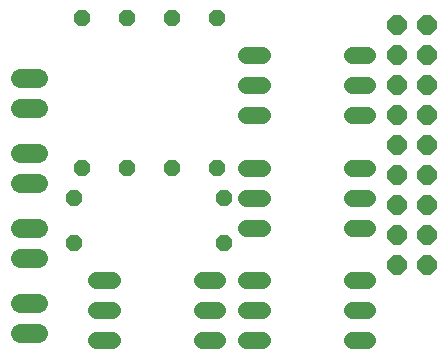
<source format=gbs>
G75*
%MOIN*%
%OFA0B0*%
%FSLAX25Y25*%
%IPPOS*%
%LPD*%
%AMOC8*
5,1,8,0,0,1.08239X$1,22.5*
%
%ADD10C,0.05600*%
%ADD11OC8,0.06400*%
%ADD12C,0.06400*%
%ADD13OC8,0.05600*%
D10*
X0038133Y0007385D02*
X0043333Y0007385D01*
X0043333Y0017385D02*
X0038133Y0017385D01*
X0038133Y0027385D02*
X0043333Y0027385D01*
X0073333Y0027385D02*
X0078533Y0027385D01*
X0088133Y0027385D02*
X0093333Y0027385D01*
X0093333Y0017385D02*
X0088133Y0017385D01*
X0078533Y0017385D02*
X0073333Y0017385D01*
X0073333Y0007385D02*
X0078533Y0007385D01*
X0088133Y0007385D02*
X0093333Y0007385D01*
X0123333Y0007385D02*
X0128533Y0007385D01*
X0128533Y0017385D02*
X0123333Y0017385D01*
X0123333Y0027385D02*
X0128533Y0027385D01*
X0128533Y0044885D02*
X0123333Y0044885D01*
X0123333Y0054885D02*
X0128533Y0054885D01*
X0128533Y0064885D02*
X0123333Y0064885D01*
X0123333Y0082385D02*
X0128533Y0082385D01*
X0128533Y0092385D02*
X0123333Y0092385D01*
X0123333Y0102385D02*
X0128533Y0102385D01*
X0093333Y0102385D02*
X0088133Y0102385D01*
X0088133Y0092385D02*
X0093333Y0092385D01*
X0093333Y0082385D02*
X0088133Y0082385D01*
X0088133Y0064885D02*
X0093333Y0064885D01*
X0093333Y0054885D02*
X0088133Y0054885D01*
X0088133Y0044885D02*
X0093333Y0044885D01*
D11*
X0138333Y0042385D03*
X0148333Y0042385D03*
X0148333Y0052385D03*
X0138333Y0052385D03*
X0138333Y0062385D03*
X0148333Y0062385D03*
X0148333Y0072385D03*
X0138333Y0072385D03*
X0138333Y0082385D03*
X0148333Y0082385D03*
X0148333Y0092385D03*
X0138333Y0092385D03*
X0138333Y0102385D03*
X0148333Y0102385D03*
X0148333Y0112385D03*
X0138333Y0112385D03*
X0138333Y0032385D03*
X0148333Y0032385D03*
D12*
X0018833Y0009885D02*
X0012833Y0009885D01*
X0012833Y0019885D02*
X0018833Y0019885D01*
X0018833Y0034885D02*
X0012833Y0034885D01*
X0012833Y0044885D02*
X0018833Y0044885D01*
X0018833Y0059885D02*
X0012833Y0059885D01*
X0012833Y0069885D02*
X0018833Y0069885D01*
X0018833Y0084885D02*
X0012833Y0084885D01*
X0012833Y0094885D02*
X0018833Y0094885D01*
D13*
X0033333Y0114885D03*
X0048333Y0114885D03*
X0063333Y0114885D03*
X0078333Y0114885D03*
X0078333Y0064885D03*
X0080833Y0054885D03*
X0080833Y0039885D03*
X0063333Y0064885D03*
X0048333Y0064885D03*
X0033333Y0064885D03*
X0030833Y0054885D03*
X0030833Y0039885D03*
M02*

</source>
